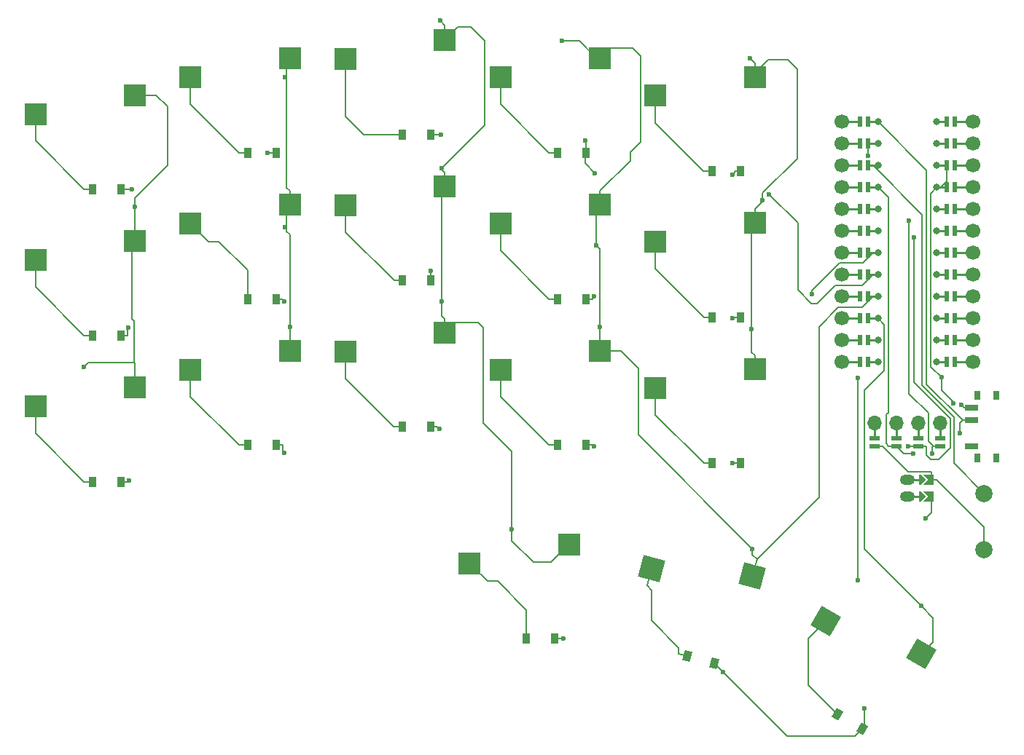
<source format=gbr>
%TF.GenerationSoftware,KiCad,Pcbnew,8.0.1*%
%TF.CreationDate,2024-12-01T01:33:27+09:00*%
%TF.ProjectId,corney_island_wireless_autorouted,636f726e-6579-45f6-9973-6c616e645f77,0.2*%
%TF.SameCoordinates,Original*%
%TF.FileFunction,Copper,L1,Top*%
%TF.FilePolarity,Positive*%
%FSLAX46Y46*%
G04 Gerber Fmt 4.6, Leading zero omitted, Abs format (unit mm)*
G04 Created by KiCad (PCBNEW 8.0.1) date 2024-12-01 01:33:27*
%MOMM*%
%LPD*%
G01*
G04 APERTURE LIST*
G04 Aperture macros list*
%AMRotRect*
0 Rectangle, with rotation*
0 The origin of the aperture is its center*
0 $1 length*
0 $2 width*
0 $3 Rotation angle, in degrees counterclockwise*
0 Add horizontal line*
21,1,$1,$2,0,0,$3*%
%AMFreePoly0*
4,1,6,0.600000,-1.000000,0.000000,-0.400000,-0.600000,-1.000000,-0.600000,0.250000,0.600000,0.250000,0.600000,-1.000000,0.600000,-1.000000,$1*%
%AMFreePoly1*
4,1,6,0.600000,-0.200000,0.600000,-0.400000,-0.600000,-0.400000,-0.600000,-0.200000,0.000000,0.400000,0.600000,-0.200000,0.600000,-0.200000,$1*%
G04 Aperture macros list end*
%TA.AperFunction,ComponentPad*%
%ADD10C,2.000000*%
%TD*%
%TA.AperFunction,SMDPad,CuDef*%
%ADD11R,0.900000X1.200000*%
%TD*%
%TA.AperFunction,SMDPad,CuDef*%
%ADD12R,2.600000X2.600000*%
%TD*%
%TA.AperFunction,ComponentPad*%
%ADD13C,1.700000*%
%TD*%
%TA.AperFunction,SMDPad,CuDef*%
%ADD14R,0.600000X1.200000*%
%TD*%
%TA.AperFunction,ComponentPad*%
%ADD15C,0.800000*%
%TD*%
%TA.AperFunction,SMDPad,CuDef*%
%ADD16RotRect,2.600000X2.600000X330.000000*%
%TD*%
%TA.AperFunction,SMDPad,CuDef*%
%ADD17R,0.800000X1.000000*%
%TD*%
%TA.AperFunction,SMDPad,CuDef*%
%ADD18R,1.500000X0.700000*%
%TD*%
%TA.AperFunction,SMDPad,CuDef*%
%ADD19RotRect,0.900000X1.200000X150.000000*%
%TD*%
%TA.AperFunction,SMDPad,CuDef*%
%ADD20RotRect,0.900000X1.200000X165.000000*%
%TD*%
%TA.AperFunction,SMDPad,CuDef*%
%ADD21RotRect,2.600000X2.600000X345.000000*%
%TD*%
%TA.AperFunction,SMDPad,CuDef*%
%ADD22FreePoly0,270.000000*%
%TD*%
%TA.AperFunction,ComponentPad*%
%ADD23O,1.750000X1.200000*%
%TD*%
%TA.AperFunction,SMDPad,CuDef*%
%ADD24FreePoly1,270.000000*%
%TD*%
%TA.AperFunction,ComponentPad*%
%ADD25O,1.700000X1.700000*%
%TD*%
%TA.AperFunction,SMDPad,CuDef*%
%ADD26R,1.200000X0.600000*%
%TD*%
%TA.AperFunction,ViaPad*%
%ADD27C,0.600000*%
%TD*%
%TA.AperFunction,Conductor*%
%ADD28C,0.200000*%
%TD*%
%TA.AperFunction,Conductor*%
%ADD29C,0.250000*%
%TD*%
G04 APERTURE END LIST*
D10*
%TO.P,B1,1*%
%TO.N,RST*%
X201900000Y-106375000D03*
%TO.P,B1,2*%
%TO.N,GND*%
X201900000Y-112875000D03*
%TD*%
D11*
%TO.P,D27,1*%
%TO.N,R0*%
X137650000Y-64625000D03*
%TO.P,D27,2*%
%TO.N,middle_top_F*%
X134350000Y-64625000D03*
%TD*%
D12*
%TO.P,S29,1*%
%TO.N,C4*%
X157275000Y-72800000D03*
%TO.P,S29,2*%
%TO.N,index_home_F*%
X145725000Y-75000000D03*
%TD*%
%TO.P,S25,1*%
%TO.N,C3*%
X139275000Y-87675000D03*
%TO.P,S25,2*%
%TO.N,middle_bottom_F*%
X127725000Y-89875000D03*
%TD*%
D13*
%TO.P,MCU1,1*%
%TO.N,MCU1_1*%
X200620000Y-63170000D03*
%TO.P,MCU1,2*%
%TO.N,MCU1_2*%
X200620000Y-65710000D03*
%TO.P,MCU1,3*%
%TO.N,MCU1_3*%
X200620000Y-68250000D03*
%TO.P,MCU1,4*%
%TO.N,MCU1_4*%
X200620000Y-70790000D03*
%TO.P,MCU1,5*%
%TO.N,MCU1_5*%
X200620000Y-73330000D03*
%TO.P,MCU1,6*%
%TO.N,MCU1_6*%
X200620000Y-75870000D03*
%TO.P,MCU1,7*%
%TO.N,MCU1_7*%
X200620000Y-78410000D03*
%TO.P,MCU1,8*%
%TO.N,MCU1_8*%
X200620000Y-80950000D03*
%TO.P,MCU1,9*%
%TO.N,MCU1_9*%
X200620000Y-83490000D03*
%TO.P,MCU1,10*%
%TO.N,MCU1_10*%
X200620000Y-86030000D03*
%TO.P,MCU1,11*%
%TO.N,MCU1_11*%
X200620000Y-88570000D03*
%TO.P,MCU1,12*%
%TO.N,MCU1_12*%
X200620000Y-91110000D03*
%TO.P,MCU1,13*%
%TO.N,MCU1_13*%
X185380000Y-91110000D03*
D14*
X187520000Y-91110000D03*
%TO.N,MCU1_12*%
X198480000Y-91110000D03*
D13*
%TO.P,MCU1,14*%
%TO.N,MCU1_14*%
X185380000Y-88570000D03*
D14*
X187520000Y-88570000D03*
%TO.N,MCU1_11*%
X198480000Y-88570000D03*
D13*
%TO.P,MCU1,15*%
%TO.N,MCU1_15*%
X185380000Y-86030000D03*
D14*
X187520000Y-86030000D03*
%TO.N,MCU1_10*%
X198480000Y-86030000D03*
D13*
%TO.P,MCU1,16*%
%TO.N,MCU1_16*%
X185380000Y-83490000D03*
D14*
X187520000Y-83490000D03*
%TO.N,MCU1_9*%
X198480000Y-83490000D03*
D13*
%TO.P,MCU1,17*%
%TO.N,MCU1_17*%
X185380000Y-80950000D03*
D14*
X187520000Y-80950000D03*
%TO.N,MCU1_8*%
X198480000Y-80950000D03*
D13*
%TO.P,MCU1,18*%
%TO.N,MCU1_18*%
X185380000Y-78410000D03*
D14*
X187520000Y-78410000D03*
%TO.N,MCU1_7*%
X198480000Y-78410000D03*
D13*
%TO.P,MCU1,19*%
%TO.N,MCU1_19*%
X185380000Y-75870000D03*
D14*
X187520000Y-75870000D03*
%TO.N,MCU1_6*%
X198480000Y-75870000D03*
D13*
%TO.P,MCU1,20*%
%TO.N,MCU1_20*%
X185380000Y-73330000D03*
D14*
X187520000Y-73330000D03*
%TO.N,MCU1_5*%
X198480000Y-73330000D03*
D13*
%TO.P,MCU1,21*%
%TO.N,MCU1_21*%
X185380000Y-70790000D03*
D14*
X187520000Y-70790000D03*
%TO.N,MCU1_4*%
X198480000Y-70790000D03*
D13*
%TO.P,MCU1,22*%
%TO.N,MCU1_22*%
X185380000Y-68250000D03*
D14*
X187520000Y-68250000D03*
%TO.N,MCU1_3*%
X198480000Y-68250000D03*
D13*
%TO.P,MCU1,23*%
%TO.N,MCU1_23*%
X185380000Y-65710000D03*
D14*
X187520000Y-65710000D03*
%TO.N,MCU1_2*%
X198480000Y-65710000D03*
D13*
%TO.P,MCU1,24*%
%TO.N,MCU1_24*%
X185380000Y-63170000D03*
D14*
X187520000Y-63170000D03*
%TO.N,MCU1_1*%
X198480000Y-63170000D03*
D15*
%TO.P,MCU1,101*%
%TO.N,LED*%
X196400000Y-63170000D03*
D14*
X197580000Y-63170000D03*
D15*
%TO.P,MCU1,102*%
%TO.N,DAT*%
X196400000Y-65710000D03*
D14*
X197580000Y-65710000D03*
D15*
%TO.P,MCU1,103*%
%TO.N,GND*%
X196400000Y-68250000D03*
D14*
X197580000Y-68250000D03*
D15*
%TO.P,MCU1,104*%
X196400000Y-70790000D03*
D14*
X197580000Y-70790000D03*
D15*
%TO.P,MCU1,105*%
%TO.N,SDA*%
X196400000Y-73330000D03*
D14*
X197580000Y-73330000D03*
D15*
%TO.P,MCU1,106*%
%TO.N,SCL*%
X196400000Y-75870000D03*
D14*
X197580000Y-75870000D03*
D15*
%TO.P,MCU1,107*%
%TO.N,CS*%
X196400000Y-78410000D03*
D14*
X197580000Y-78410000D03*
D15*
%TO.P,MCU1,108*%
%TO.N,R0*%
X196400000Y-80950000D03*
D14*
X197580000Y-80950000D03*
D15*
%TO.P,MCU1,109*%
%TO.N,R1*%
X196400000Y-83490000D03*
D14*
X197580000Y-83490000D03*
D15*
%TO.P,MCU1,110*%
%TO.N,R2*%
X196400000Y-86030000D03*
D14*
X197580000Y-86030000D03*
D15*
%TO.P,MCU1,111*%
%TO.N,R3*%
X196400000Y-88570000D03*
D14*
X197580000Y-88570000D03*
D15*
%TO.P,MCU1,112*%
%TO.N,P9*%
X196400000Y-91110000D03*
D14*
X197580000Y-91110000D03*
%TO.P,MCU1,113*%
%TO.N,P10*%
X188420000Y-91110000D03*
D15*
X189600000Y-91110000D03*
D14*
%TO.P,MCU1,114*%
%TO.N,P16*%
X188420000Y-88570000D03*
D15*
X189600000Y-88570000D03*
D14*
%TO.P,MCU1,115*%
%TO.N,C5*%
X188420000Y-86030000D03*
D15*
X189600000Y-86030000D03*
D14*
%TO.P,MCU1,116*%
%TO.N,C4*%
X188420000Y-83490000D03*
D15*
X189600000Y-83490000D03*
D14*
%TO.P,MCU1,117*%
%TO.N,C3*%
X188420000Y-80950000D03*
D15*
X189600000Y-80950000D03*
D14*
%TO.P,MCU1,118*%
%TO.N,C2*%
X188420000Y-78410000D03*
D15*
X189600000Y-78410000D03*
D14*
%TO.P,MCU1,119*%
%TO.N,C1*%
X188420000Y-75870000D03*
D15*
X189600000Y-75870000D03*
D14*
%TO.P,MCU1,120*%
%TO.N,C0*%
X188420000Y-73330000D03*
D15*
X189600000Y-73330000D03*
D14*
%TO.P,MCU1,121*%
%TO.N,VCC*%
X188420000Y-70790000D03*
D15*
X189600000Y-70790000D03*
D14*
%TO.P,MCU1,122*%
%TO.N,RST*%
X188420000Y-68250000D03*
D15*
X189600000Y-68250000D03*
D14*
%TO.P,MCU1,123*%
%TO.N,GND*%
X188420000Y-65710000D03*
D15*
X189600000Y-65710000D03*
D14*
%TO.P,MCU1,124*%
%TO.N,RAW*%
X188420000Y-63170000D03*
D15*
X189600000Y-63170000D03*
%TD*%
D11*
%TO.P,D32,1*%
%TO.N,R1*%
X173650000Y-85875000D03*
%TO.P,D32,2*%
%TO.N,inner_home_F*%
X170350000Y-85875000D03*
%TD*%
%TO.P,D30,1*%
%TO.N,R0*%
X155650000Y-66750000D03*
%TO.P,D30,2*%
%TO.N,index_top_F*%
X152350000Y-66750000D03*
%TD*%
D12*
%TO.P,S21,1*%
%TO.N,C1*%
X103275000Y-60050000D03*
%TO.P,S21,2*%
%TO.N,pinky_top_F*%
X91725000Y-62250000D03*
%TD*%
D11*
%TO.P,D19,1*%
%TO.N,R2*%
X101650000Y-105000000D03*
%TO.P,D19,2*%
%TO.N,pinky_bottom_F*%
X98350000Y-105000000D03*
%TD*%
%TO.P,D26,1*%
%TO.N,R1*%
X137650000Y-81625000D03*
%TO.P,D26,2*%
%TO.N,middle_home_F*%
X134350000Y-81625000D03*
%TD*%
D16*
%TO.P,S36,1*%
%TO.N,C5*%
X194642133Y-125057149D03*
%TO.P,S36,2*%
%TO.N,far_home_F*%
X183539540Y-121187405D03*
%TD*%
D12*
%TO.P,S22,1*%
%TO.N,C2*%
X121275000Y-89800000D03*
%TO.P,S22,2*%
%TO.N,ring_bottom_F*%
X109725000Y-92000000D03*
%TD*%
%TO.P,S31,1*%
%TO.N,C5*%
X175275000Y-91925000D03*
%TO.P,S31,2*%
%TO.N,inner_bottom_F*%
X163725000Y-94125000D03*
%TD*%
D11*
%TO.P,D33,1*%
%TO.N,R0*%
X173650000Y-68875000D03*
%TO.P,D33,2*%
%TO.N,inner_top_F*%
X170350000Y-68875000D03*
%TD*%
D17*
%TO.P,PWR1,*%
%TO.N,*%
X201115000Y-94975000D03*
X201115000Y-102275000D03*
X203325000Y-94975000D03*
X203325000Y-102275000D03*
D18*
%TO.P,PWR1,1*%
%TO.N,N/C*%
X200465000Y-100875000D03*
%TO.P,PWR1,2*%
%TO.N,RAW*%
X200465000Y-97875000D03*
%TO.P,PWR1,3*%
%TO.N,BAT_P*%
X200465000Y-96375000D03*
%TD*%
D12*
%TO.P,S26,1*%
%TO.N,C3*%
X139275000Y-70675000D03*
%TO.P,S26,2*%
%TO.N,middle_home_F*%
X127725000Y-72875000D03*
%TD*%
D11*
%TO.P,D20,1*%
%TO.N,R1*%
X101650000Y-88000000D03*
%TO.P,D20,2*%
%TO.N,pinky_home_F*%
X98350000Y-88000000D03*
%TD*%
D12*
%TO.P,S32,1*%
%TO.N,C5*%
X175275000Y-74925000D03*
%TO.P,S32,2*%
%TO.N,inner_home_F*%
X163725000Y-77125000D03*
%TD*%
D11*
%TO.P,D21,1*%
%TO.N,R0*%
X101650000Y-71000000D03*
%TO.P,D21,2*%
%TO.N,pinky_top_F*%
X98350000Y-71000000D03*
%TD*%
%TO.P,D31,1*%
%TO.N,R2*%
X173650000Y-102875000D03*
%TO.P,D31,2*%
%TO.N,inner_bottom_F*%
X170350000Y-102875000D03*
%TD*%
D19*
%TO.P,D36,1*%
%TO.N,R3*%
X187759842Y-133727700D03*
%TO.P,D36,2*%
%TO.N,far_home_F*%
X184901958Y-132077700D03*
%TD*%
D11*
%TO.P,D28,1*%
%TO.N,R2*%
X155650000Y-100750000D03*
%TO.P,D28,2*%
%TO.N,index_bottom_F*%
X152350000Y-100750000D03*
%TD*%
%TO.P,D29,1*%
%TO.N,R1*%
X155650000Y-83750000D03*
%TO.P,D29,2*%
%TO.N,index_home_F*%
X152350000Y-83750000D03*
%TD*%
D20*
%TO.P,D35,1*%
%TO.N,R3*%
X170592978Y-126150650D03*
%TO.P,D35,2*%
%TO.N,mid_home_F*%
X167405422Y-125296550D03*
%TD*%
D11*
%TO.P,D23,1*%
%TO.N,R1*%
X119650000Y-83750000D03*
%TO.P,D23,2*%
%TO.N,ring_home_F*%
X116350000Y-83750000D03*
%TD*%
D12*
%TO.P,S27,1*%
%TO.N,C3*%
X139275000Y-53675000D03*
%TO.P,S27,2*%
%TO.N,middle_top_F*%
X127725000Y-55875000D03*
%TD*%
D11*
%TO.P,D22,1*%
%TO.N,R2*%
X119650000Y-100750000D03*
%TO.P,D22,2*%
%TO.N,ring_bottom_F*%
X116350000Y-100750000D03*
%TD*%
D12*
%TO.P,S33,1*%
%TO.N,C5*%
X175275000Y-57925000D03*
%TO.P,S33,2*%
%TO.N,inner_top_F*%
X163725000Y-60125000D03*
%TD*%
D21*
%TO.P,S35,1*%
%TO.N,C4*%
X174996680Y-115994374D03*
%TO.P,S35,2*%
%TO.N,mid_home_F*%
X163270835Y-115130051D03*
%TD*%
D12*
%TO.P,S23,1*%
%TO.N,C2*%
X121275000Y-72800000D03*
%TO.P,S23,2*%
%TO.N,ring_home_F*%
X109725000Y-75000000D03*
%TD*%
%TO.P,S24,1*%
%TO.N,C2*%
X121275000Y-55800000D03*
%TO.P,S24,2*%
%TO.N,ring_top_F*%
X109725000Y-58000000D03*
%TD*%
%TO.P,S34,1*%
%TO.N,C3*%
X153675000Y-112325000D03*
%TO.P,S34,2*%
%TO.N,near_home_F*%
X142125000Y-114525000D03*
%TD*%
%TO.P,S30,1*%
%TO.N,C4*%
X157275000Y-55800000D03*
%TO.P,S30,2*%
%TO.N,index_top_F*%
X145725000Y-58000000D03*
%TD*%
%TO.P,S28,1*%
%TO.N,C4*%
X157275000Y-89800000D03*
%TO.P,S28,2*%
%TO.N,index_bottom_F*%
X145725000Y-92000000D03*
%TD*%
D11*
%TO.P,D24,1*%
%TO.N,R0*%
X119650000Y-66750000D03*
%TO.P,D24,2*%
%TO.N,ring_top_F*%
X116350000Y-66750000D03*
%TD*%
D22*
%TO.P,JST1,1*%
%TO.N,BAT_P*%
X195816000Y-106750000D03*
%TO.P,JST1,2*%
%TO.N,GND*%
X195816000Y-104750000D03*
D23*
%TO.P,JST1,11*%
%TO.N,JST1_1*%
X193000000Y-106750000D03*
%TO.P,JST1,12*%
%TO.N,JST1_2*%
X193000000Y-104750000D03*
D24*
%TO.P,JST1,21*%
%TO.N,JST1_1*%
X194800000Y-106750000D03*
%TO.P,JST1,22*%
%TO.N,JST1_2*%
X194800000Y-104750000D03*
%TD*%
D12*
%TO.P,S20,1*%
%TO.N,C1*%
X103275000Y-77050000D03*
%TO.P,S20,2*%
%TO.N,pinky_home_F*%
X91725000Y-79250000D03*
%TD*%
%TO.P,S19,1*%
%TO.N,C1*%
X103275000Y-94050000D03*
%TO.P,S19,2*%
%TO.N,pinky_bottom_F*%
X91725000Y-96250000D03*
%TD*%
D11*
%TO.P,D34,1*%
%TO.N,R3*%
X152050000Y-123275000D03*
%TO.P,D34,2*%
%TO.N,near_home_F*%
X148750000Y-123275000D03*
%TD*%
D25*
%TO.P,DISP1,1*%
%TO.N,DISP1_1*%
X189190000Y-98200000D03*
%TO.P,DISP1,2*%
%TO.N,DISP1_2*%
X191730000Y-98200000D03*
%TO.P,DISP1,3*%
%TO.N,DISP1_3*%
X194270000Y-98200000D03*
%TO.P,DISP1,4*%
%TO.N,DISP1_4*%
X196810000Y-98200000D03*
D26*
%TO.P,DISP1,10*%
%TO.N,GND*%
X189190000Y-100850000D03*
%TO.P,DISP1,11*%
%TO.N,VCC*%
X191730000Y-100850000D03*
%TO.P,DISP1,12*%
%TO.N,SCL*%
X194270000Y-100850000D03*
%TO.P,DISP1,13*%
%TO.N,SDA*%
X196810000Y-100850000D03*
%TO.P,DISP1,14*%
%TO.N,DISP1_1*%
X189190000Y-99950000D03*
%TO.P,DISP1,15*%
%TO.N,DISP1_2*%
X191730000Y-99950000D03*
%TO.P,DISP1,16*%
%TO.N,DISP1_3*%
X194270000Y-99950000D03*
%TO.P,DISP1,17*%
%TO.N,DISP1_4*%
X196810000Y-99950000D03*
%TD*%
D11*
%TO.P,D25,1*%
%TO.N,R2*%
X137650000Y-98625000D03*
%TO.P,D25,2*%
%TO.N,middle_bottom_F*%
X134350000Y-98625000D03*
%TD*%
D27*
%TO.N,R3*%
X187227000Y-116500000D03*
%TO.N,R0*%
X155550000Y-65350000D03*
X138800000Y-64625000D03*
X102900000Y-71000000D03*
%TO.N,C1*%
X103275000Y-73000000D03*
%TO.N,VCC*%
X193639167Y-101700910D03*
%TO.N,GND*%
X198342914Y-95922835D03*
%TO.N,R3*%
X188000000Y-131400000D03*
X171571164Y-127128836D03*
%TO.N,C1*%
X97300000Y-91700000D03*
%TO.N,GND*%
X196963200Y-92888300D03*
X188420000Y-67135000D03*
%TO.N,C2*%
X120723300Y-58003500D03*
X181900000Y-83200000D03*
X120723300Y-75386500D03*
X121275000Y-87028000D03*
%TO.N,C3*%
X147032700Y-110513500D03*
X138923800Y-84075500D03*
X138931600Y-68529700D03*
X138700000Y-51394700D03*
X176929500Y-71556900D03*
%TO.N,C4*%
X174996700Y-112800800D03*
X156883900Y-77533800D03*
X152860800Y-53742500D03*
X157275000Y-87028000D03*
%TO.N,C5*%
X194642100Y-119474400D03*
X176169100Y-72303700D03*
X174893400Y-87247200D03*
X174700000Y-55800000D03*
%TO.N,R2*%
X172692700Y-102836700D03*
X102611200Y-104831300D03*
X120571600Y-101671600D03*
X138619600Y-98880500D03*
X156605500Y-100855500D03*
%TO.N,R1*%
X172695200Y-86015500D03*
X137650000Y-80513600D03*
X156626500Y-83472500D03*
X120614900Y-84045000D03*
X102534100Y-87115900D03*
%TO.N,R0*%
X156700000Y-69100000D03*
X172686000Y-69270500D03*
X118693400Y-66750000D03*
%TO.N,R3*%
X187227000Y-92903100D03*
X153002100Y-123258900D03*
%TO.N,RAW*%
X199075800Y-99375000D03*
%TO.N,SDA*%
X195905900Y-101739200D03*
X193194500Y-74618500D03*
%TO.N,SCL*%
X193796200Y-76613700D03*
X193100000Y-100900000D03*
%TO.N,BAT_P*%
X199300000Y-96100000D03*
X195100000Y-109300000D03*
%TD*%
D28*
%TO.N,R3*%
X187227000Y-116500000D02*
X187227000Y-92903100D01*
%TO.N,far_home_F*%
X181500000Y-123226945D02*
X181500000Y-128675742D01*
X183539540Y-121187405D02*
X181500000Y-123226945D01*
X181500000Y-128675742D02*
X184901958Y-132077700D01*
%TO.N,C5*%
X196000000Y-120832300D02*
X194642100Y-119474400D01*
X196000000Y-123699200D02*
X196000000Y-120832300D01*
X194642100Y-125057100D02*
X196000000Y-123699200D01*
%TO.N,C3*%
X147032700Y-101475400D02*
X147032700Y-110513500D01*
X143700000Y-98142700D02*
X147032700Y-101475400D01*
X143700000Y-87100000D02*
X143700000Y-98142700D01*
X143100000Y-86500000D02*
X143700000Y-87100000D01*
X139275000Y-87675000D02*
X140450000Y-86500000D01*
X140450000Y-86500000D02*
X143100000Y-86500000D01*
%TO.N,C1*%
X97875000Y-91125000D02*
X103184600Y-91125000D01*
X97300000Y-91700000D02*
X97875000Y-91125000D01*
%TO.N,C2*%
X181900000Y-82761600D02*
X185099900Y-79561700D01*
X181900000Y-83200000D02*
X181900000Y-82761600D01*
X187858300Y-79561700D02*
X189010000Y-78410000D01*
X185099900Y-79561700D02*
X187858300Y-79561700D01*
%TO.N,C5*%
X176169100Y-71468771D02*
X176169100Y-72303700D01*
X180200000Y-67437871D02*
X176169100Y-71468771D01*
X179100000Y-55900000D02*
X180200000Y-57000000D01*
X180200000Y-57000000D02*
X180200000Y-67437871D01*
X176800000Y-55900000D02*
X179100000Y-55900000D01*
X175275000Y-57425000D02*
X176800000Y-55900000D01*
X175275000Y-57925000D02*
X175275000Y-57425000D01*
X175275000Y-56375000D02*
X175275000Y-57925000D01*
X174700000Y-55800000D02*
X175275000Y-56375000D01*
%TO.N,R0*%
X155650000Y-65450000D02*
X155550000Y-65350000D01*
X155650000Y-66750000D02*
X155650000Y-65450000D01*
X155650000Y-66299100D02*
X155650000Y-66750000D01*
X155583900Y-66365200D02*
X155650000Y-66299100D01*
X156700000Y-69100000D02*
X155583900Y-67983900D01*
X155583900Y-67983900D02*
X155583900Y-66365200D01*
%TO.N,C4*%
X157275000Y-71198300D02*
X157275000Y-72800000D01*
X162000000Y-65500000D02*
X160800000Y-66700000D01*
X160800000Y-66700000D02*
X160800000Y-67673300D01*
X162000000Y-55500000D02*
X162000000Y-65500000D01*
X161100000Y-54600000D02*
X162000000Y-55500000D01*
X158475000Y-54600000D02*
X161100000Y-54600000D01*
X160800000Y-67673300D02*
X157275000Y-71198300D01*
X157275000Y-55800000D02*
X158475000Y-54600000D01*
%TO.N,middle_top_F*%
X127725000Y-62525000D02*
X127725000Y-55875000D01*
X134350000Y-64625000D02*
X129825000Y-64625000D01*
X129825000Y-64625000D02*
X127725000Y-62525000D01*
%TO.N,C3*%
X142300000Y-52100000D02*
X143900000Y-53700000D01*
X143900000Y-53700000D02*
X143900000Y-63561300D01*
X143900000Y-63561300D02*
X138931600Y-68529700D01*
X140800000Y-52100000D02*
X142300000Y-52100000D01*
X139275000Y-53625000D02*
X140800000Y-52100000D01*
X139275000Y-53675000D02*
X139275000Y-53625000D01*
X139275000Y-51969700D02*
X139275000Y-53675000D01*
X138700000Y-51394700D02*
X139275000Y-51969700D01*
%TO.N,R0*%
X137650000Y-64625000D02*
X138800000Y-64625000D01*
%TO.N,C3*%
X139275000Y-53675000D02*
X139150000Y-53800000D01*
%TO.N,R0*%
X101650000Y-71000000D02*
X102900000Y-71000000D01*
%TO.N,C1*%
X103275000Y-73000000D02*
X103275000Y-77050000D01*
X105739600Y-60050000D02*
X103275000Y-60050000D01*
X107080300Y-68221700D02*
X107080300Y-61390700D01*
X107080300Y-61390700D02*
X105739600Y-60050000D01*
X103275000Y-72027000D02*
X107080300Y-68221700D01*
X103275000Y-73000000D02*
X103275000Y-72027000D01*
%TO.N,SCL*%
X193150000Y-100850000D02*
X194270000Y-100850000D01*
X193100000Y-100900000D02*
X193150000Y-100850000D01*
%TO.N,VCC*%
X192580910Y-101700910D02*
X191730000Y-100850000D01*
X193639167Y-101700910D02*
X192580910Y-101700910D01*
%TO.N,GND*%
X198342914Y-95742914D02*
X198342914Y-95922835D01*
X198100000Y-95500000D02*
X198342914Y-95742914D01*
X196963200Y-94363200D02*
X198100000Y-95500000D01*
X196963200Y-92888300D02*
X196963200Y-94363200D01*
%TO.N,BAT_P*%
X199575000Y-96375000D02*
X200465000Y-96375000D01*
X199300000Y-96100000D02*
X199575000Y-96375000D01*
X195816000Y-108584000D02*
X195100000Y-109300000D01*
X195816000Y-106750000D02*
X195816000Y-108584000D01*
%TO.N,R3*%
X186887542Y-134600000D02*
X187759842Y-133727700D01*
X179042328Y-134600000D02*
X186887542Y-134600000D01*
X171571164Y-127128836D02*
X179042328Y-134600000D01*
X188000000Y-133487542D02*
X188000000Y-131400000D01*
X170592978Y-126150650D02*
X171571164Y-127128836D01*
X187759842Y-133727700D02*
X188000000Y-133487542D01*
D29*
%TO.N,C1*%
X188420000Y-75870000D02*
X189600000Y-75870000D01*
D28*
X102913600Y-77411400D02*
X102913600Y-86078400D01*
X103184600Y-86349400D02*
X103184600Y-91125000D01*
X102913600Y-86078400D02*
X103184600Y-86349400D01*
X103275000Y-94050000D02*
X103275000Y-91215400D01*
X103275000Y-77050000D02*
X102913600Y-77411400D01*
X103275000Y-91215400D02*
X103184600Y-91125000D01*
%TO.N,GND*%
X196890000Y-70790000D02*
X197580000Y-70100000D01*
X195816000Y-104750000D02*
X196367700Y-104750000D01*
D29*
X188420000Y-65710000D02*
X189600000Y-65710000D01*
D28*
X188420000Y-65710000D02*
X188420000Y-67135000D01*
X195816000Y-103848300D02*
X193090000Y-103848300D01*
X195696400Y-71493600D02*
X196400000Y-70790000D01*
D29*
X196890000Y-70790000D02*
X196400000Y-70790000D01*
D28*
X201900000Y-112875000D02*
X201900000Y-110282300D01*
X196963200Y-92888300D02*
X195696400Y-91621500D01*
X195816000Y-104750000D02*
X195816000Y-103848300D01*
X189190000Y-100850000D02*
X190091700Y-100850000D01*
X201900000Y-110282300D02*
X196367700Y-104750000D01*
X195696400Y-91621500D02*
X195696400Y-71493600D01*
D29*
X197580000Y-68250000D02*
X196400000Y-68250000D01*
X197580000Y-70790000D02*
X196890000Y-70790000D01*
D28*
X193090000Y-103848300D02*
X190091700Y-100850000D01*
X197580000Y-70100000D02*
X197580000Y-68250000D01*
%TO.N,C2*%
X120892200Y-75892500D02*
X120892200Y-75386500D01*
X121275000Y-76275300D02*
X120892200Y-75892500D01*
X120892200Y-73182800D02*
X121275000Y-72800000D01*
X121275000Y-72800000D02*
X121275000Y-71198300D01*
X120892200Y-70815500D02*
X120892200Y-58003500D01*
X120723300Y-58003500D02*
X120892200Y-58003500D01*
D29*
X189010000Y-78410000D02*
X189600000Y-78410000D01*
X188420000Y-78410000D02*
X189010000Y-78410000D01*
D28*
X120892200Y-58003500D02*
X120892200Y-56182800D01*
X120892200Y-75386500D02*
X120892200Y-73182800D01*
X121275000Y-89800000D02*
X121275000Y-87028000D01*
X120892200Y-56182800D02*
X121275000Y-55800000D01*
X120723300Y-75386500D02*
X120892200Y-75386500D01*
X121275000Y-71198300D02*
X120892200Y-70815500D01*
X121275000Y-87028000D02*
X121275000Y-76275300D01*
%TO.N,C3*%
X153675000Y-112325000D02*
X151623300Y-114376700D01*
X138923800Y-85722100D02*
X138923800Y-84075500D01*
X138931600Y-68729900D02*
X139275000Y-69073300D01*
X138893600Y-88056400D02*
X139275000Y-87675000D01*
X139275000Y-86073300D02*
X138923800Y-85722100D01*
D29*
X189010000Y-80950000D02*
X189600000Y-80950000D01*
D28*
X151623300Y-114376700D02*
X149548600Y-114376700D01*
X187740000Y-82220000D02*
X184583000Y-82220000D01*
X184583000Y-82220000D02*
X182514900Y-84288100D01*
D29*
X188420000Y-80950000D02*
X189010000Y-80950000D01*
D28*
X138923800Y-71026200D02*
X139275000Y-70675000D01*
X180287800Y-82716100D02*
X180287800Y-74915200D01*
X149548600Y-114376700D02*
X147032700Y-111860800D01*
X181859800Y-84288100D02*
X180287800Y-82716100D01*
X189010000Y-80950000D02*
X187740000Y-82220000D01*
X138931600Y-68529700D02*
X138931600Y-68729900D01*
X139275000Y-70675000D02*
X139275000Y-70299400D01*
X139275000Y-69874100D02*
X139275000Y-70299400D01*
X180287800Y-74915200D02*
X176929500Y-71556900D01*
X139275000Y-87675000D02*
X139275000Y-86073300D01*
X182514900Y-84288100D02*
X181859800Y-84288100D01*
X147032700Y-111860800D02*
X147032700Y-110513500D01*
X139275000Y-69874100D02*
X139275000Y-69073300D01*
X138923800Y-84075500D02*
X138923800Y-71026200D01*
%TO.N,C4*%
X156883900Y-77533800D02*
X157275000Y-77924900D01*
D29*
X188420000Y-83490000D02*
X189010000Y-83490000D01*
X189010000Y-83490000D02*
X189600000Y-83490000D01*
D28*
X161737200Y-99541300D02*
X161737200Y-91835200D01*
X174996700Y-115994400D02*
X175522300Y-114032700D01*
X157275000Y-87028000D02*
X157275000Y-89800000D01*
X184997700Y-84760000D02*
X182725400Y-87032300D01*
X161737200Y-91835200D02*
X159702000Y-89800000D01*
X156945100Y-55821600D02*
X154866000Y-53742500D01*
X175522400Y-114032700D02*
X175522300Y-114032700D01*
X187740000Y-84760000D02*
X184997700Y-84760000D01*
X157275000Y-55800000D02*
X156945100Y-56129900D01*
X157275000Y-77924900D02*
X157275000Y-87028000D01*
X154866000Y-53742500D02*
X152860800Y-53742500D01*
X157275000Y-72800000D02*
X156883900Y-73191100D01*
X174996700Y-112800800D02*
X161737200Y-99541300D01*
X156945100Y-56784300D02*
X156945100Y-55821600D01*
X159702000Y-89800000D02*
X157275000Y-89800000D01*
X156883900Y-73191100D02*
X156883900Y-77533800D01*
X182725400Y-87032300D02*
X182725400Y-106829700D01*
X156945100Y-56129900D02*
X156945100Y-56784300D01*
X174996700Y-113507100D02*
X174996700Y-112800800D01*
X182725400Y-106829700D02*
X175522400Y-114032700D01*
X189010000Y-83490000D02*
X187740000Y-84760000D01*
X175522300Y-114032700D02*
X174996700Y-113507100D01*
%TO.N,C5*%
X190317500Y-92100900D02*
X190317500Y-86747500D01*
X188020000Y-94398400D02*
X190317500Y-92100900D01*
X175275000Y-90323300D02*
X174893400Y-89941700D01*
X188020000Y-112852300D02*
X188020000Y-94398400D01*
X190317500Y-86747500D02*
X189600000Y-86030000D01*
X174893700Y-58306300D02*
X175275000Y-57925000D01*
D29*
X188420000Y-86030000D02*
X189600000Y-86030000D01*
D28*
X175275000Y-73323300D02*
X176169100Y-72429200D01*
X174893400Y-75306600D02*
X175275000Y-74925000D01*
X175275000Y-74925000D02*
X175275000Y-73323300D01*
X174893400Y-89941700D02*
X174893400Y-87247200D01*
X175275000Y-91925000D02*
X175275000Y-90323300D01*
X176169100Y-72429200D02*
X176169100Y-72303700D01*
X174893400Y-87247200D02*
X174893400Y-75306600D01*
X194642100Y-119474400D02*
X188020000Y-112852300D01*
D29*
%TO.N,R2*%
X197580000Y-86030000D02*
X196400000Y-86030000D01*
D28*
X138401700Y-98625000D02*
X138401700Y-98662600D01*
X173650000Y-102875000D02*
X172731000Y-102875000D01*
X138401700Y-98662600D02*
X138619600Y-98880500D01*
X156500000Y-100750000D02*
X156605500Y-100855500D01*
X120401700Y-100750000D02*
X120401700Y-101501700D01*
X102442500Y-105000000D02*
X102611200Y-104831300D01*
X120401700Y-101501700D02*
X120571600Y-101671600D01*
X119650000Y-100750000D02*
X120401700Y-100750000D01*
X137650000Y-98625000D02*
X138401700Y-98625000D01*
X155650000Y-100750000D02*
X156500000Y-100750000D01*
X172731000Y-102875000D02*
X172692700Y-102836700D01*
X101650000Y-105000000D02*
X102442500Y-105000000D01*
%TO.N,R1*%
X137650000Y-81625000D02*
X137650000Y-80513600D01*
X156401700Y-83697300D02*
X156626500Y-83472500D01*
X119650000Y-83750000D02*
X120401700Y-83750000D01*
D29*
X197580000Y-83490000D02*
X196400000Y-83490000D01*
D28*
X101650000Y-88000000D02*
X102401700Y-88000000D01*
X102401700Y-88000000D02*
X102401700Y-87248300D01*
X173650000Y-85875000D02*
X172835700Y-85875000D01*
X156401700Y-83750000D02*
X156401700Y-83697300D01*
X120401700Y-83831800D02*
X120614900Y-84045000D01*
X155650000Y-83750000D02*
X156401700Y-83750000D01*
X120401700Y-83750000D02*
X120401700Y-83831800D01*
X102401700Y-87248300D02*
X102534100Y-87115900D01*
X172835700Y-85875000D02*
X172695200Y-86015500D01*
%TO.N,R0*%
X119650000Y-66750000D02*
X118898300Y-66750000D01*
X172898300Y-69058200D02*
X172686000Y-69270500D01*
X118898300Y-66750000D02*
X118693400Y-66750000D01*
X173650000Y-68875000D02*
X172898300Y-68875000D01*
D29*
X197580000Y-80950000D02*
X196400000Y-80950000D01*
D28*
X172898300Y-68875000D02*
X172898300Y-69058200D01*
%TO.N,R3*%
X152986000Y-123275000D02*
X153002100Y-123258900D01*
D29*
X197580000Y-88570000D02*
X196400000Y-88570000D01*
D28*
X152050000Y-123275000D02*
X152801700Y-123275000D01*
X152801700Y-123275000D02*
X152986000Y-123275000D01*
%TO.N,pinky_bottom_F*%
X98350000Y-105000000D02*
X97358100Y-105000000D01*
X97358100Y-105000000D02*
X91725000Y-99366900D01*
X91725000Y-99366900D02*
X91725000Y-96250000D01*
%TO.N,pinky_home_F*%
X97367600Y-88000000D02*
X91725000Y-82357400D01*
X98350000Y-88000000D02*
X97367600Y-88000000D01*
X91725000Y-82357400D02*
X91725000Y-79250000D01*
%TO.N,pinky_top_F*%
X91725000Y-65357400D02*
X91725000Y-62250000D01*
X97367600Y-71000000D02*
X91725000Y-65357400D01*
X98350000Y-71000000D02*
X97367600Y-71000000D01*
%TO.N,ring_bottom_F*%
X109725000Y-95140200D02*
X109725000Y-92000000D01*
X116350000Y-100750000D02*
X115334800Y-100750000D01*
X115334800Y-100750000D02*
X109725000Y-95140200D01*
%TO.N,ring_home_F*%
X111794900Y-77069900D02*
X109725000Y-75000000D01*
X112989100Y-77069900D02*
X111794900Y-77069900D01*
X116350000Y-80430800D02*
X112989100Y-77069900D01*
X116350000Y-83750000D02*
X116350000Y-80430800D01*
%TO.N,ring_top_F*%
X115339300Y-66750000D02*
X109725000Y-61135700D01*
X116350000Y-66750000D02*
X115339300Y-66750000D01*
X109725000Y-61135700D02*
X109725000Y-58000000D01*
%TO.N,middle_bottom_F*%
X134350000Y-98625000D02*
X133309800Y-98625000D01*
X127725000Y-93040200D02*
X127725000Y-89875000D01*
X133309800Y-98625000D02*
X127725000Y-93040200D01*
%TO.N,middle_home_F*%
X133367600Y-81625000D02*
X127725000Y-75982400D01*
X134350000Y-81625000D02*
X133367600Y-81625000D01*
X127725000Y-75982400D02*
X127725000Y-72875000D01*
%TO.N,index_bottom_F*%
X152350000Y-100750000D02*
X151308500Y-100750000D01*
X145725000Y-95166500D02*
X145725000Y-92000000D01*
X151308500Y-100750000D02*
X145725000Y-95166500D01*
%TO.N,index_home_F*%
X151367600Y-83750000D02*
X145725000Y-78107400D01*
X152350000Y-83750000D02*
X151367600Y-83750000D01*
X145725000Y-78107400D02*
X145725000Y-75000000D01*
%TO.N,index_top_F*%
X145725000Y-61107400D02*
X145725000Y-58000000D01*
X151367600Y-66750000D02*
X145725000Y-61107400D01*
X152350000Y-66750000D02*
X151367600Y-66750000D01*
%TO.N,inner_bottom_F*%
X170350000Y-102875000D02*
X169339300Y-102875000D01*
X163725000Y-97260700D02*
X163725000Y-94125000D01*
X169339300Y-102875000D02*
X163725000Y-97260700D01*
%TO.N,inner_home_F*%
X170350000Y-85875000D02*
X169367600Y-85875000D01*
X169367600Y-85875000D02*
X163725000Y-80232400D01*
X163725000Y-80232400D02*
X163725000Y-77125000D01*
%TO.N,inner_top_F*%
X163725000Y-63267900D02*
X163725000Y-60125000D01*
X170350000Y-68875000D02*
X169332100Y-68875000D01*
X169332100Y-68875000D02*
X163725000Y-63267900D01*
%TO.N,near_home_F*%
X148750000Y-123275000D02*
X148750000Y-119955800D01*
X148750000Y-119955800D02*
X145389100Y-116594900D01*
X145389100Y-116594900D02*
X144194900Y-116594900D01*
X144194900Y-116594900D02*
X142125000Y-114525000D01*
%TO.N,mid_home_F*%
X163270800Y-121161900D02*
X163270800Y-117617200D01*
X163270800Y-117617200D02*
X162745300Y-117091700D01*
X163270800Y-115130100D02*
X162745200Y-117091700D01*
X166446000Y-125039400D02*
X166446000Y-124337100D01*
X167405400Y-125296500D02*
X166446000Y-125039400D01*
X162745300Y-117091700D02*
X162745200Y-117091700D01*
X166446000Y-124337100D02*
X163270800Y-121161900D01*
%TO.N,far_home_F*%
X183539500Y-121187400D02*
X183967200Y-120759700D01*
D29*
%TO.N,RAW*%
X188420000Y-63170000D02*
X189600000Y-63170000D01*
D28*
X199075800Y-98212500D02*
X199075800Y-99375000D01*
X189600000Y-63170000D02*
X195244700Y-68814700D01*
X199413300Y-97875000D02*
X199075800Y-98212500D01*
X195244700Y-68814700D02*
X195244700Y-93706400D01*
X195244700Y-93706400D02*
X199413300Y-97875000D01*
X200465000Y-97875000D02*
X199413300Y-97875000D01*
%TO.N,RST*%
X194699700Y-73939700D02*
X189010000Y-68250000D01*
X198385700Y-97501100D02*
X194699700Y-93815100D01*
D29*
X188420000Y-68250000D02*
X189010000Y-68250000D01*
D28*
X198385700Y-102860700D02*
X198385700Y-97501100D01*
X194699700Y-93815100D02*
X194699700Y-73939700D01*
D29*
X189010000Y-68250000D02*
X189600000Y-68250000D01*
D28*
X201900000Y-106375000D02*
X198385700Y-102860700D01*
%TO.N,VCC*%
X190768500Y-71958500D02*
X190768500Y-96998100D01*
X189600000Y-70790000D02*
X190768500Y-71958500D01*
X191730000Y-100850000D02*
X190828300Y-100850000D01*
D29*
X188420000Y-70790000D02*
X189600000Y-70790000D01*
D28*
X190828300Y-100850000D02*
X190567600Y-100589300D01*
X190567600Y-97199000D02*
X190768500Y-96998100D01*
X190567600Y-100589300D02*
X190567600Y-97199000D01*
D29*
%TO.N,C0*%
X188420000Y-73330000D02*
X189600000Y-73330000D01*
%TO.N,P16*%
X188420000Y-88570000D02*
X189600000Y-88570000D01*
%TO.N,P10*%
X188420000Y-91110000D02*
X189600000Y-91110000D01*
%TO.N,LED*%
X197580000Y-63170000D02*
X196400000Y-63170000D01*
%TO.N,DAT*%
X197580000Y-65710000D02*
X196400000Y-65710000D01*
D28*
%TO.N,SDA*%
X195908300Y-101736800D02*
X195908300Y-100850000D01*
X196009200Y-100850000D02*
X195440000Y-100280800D01*
X196810000Y-100850000D02*
X196009200Y-100850000D01*
X196009200Y-100850000D02*
X195908300Y-100850000D01*
X195905900Y-101739200D02*
X195908300Y-101736800D01*
X195440000Y-97039100D02*
X193194500Y-94793600D01*
D29*
X197580000Y-73330000D02*
X196400000Y-73330000D01*
D28*
X195440000Y-100280800D02*
X195440000Y-97039100D01*
X193194500Y-94793600D02*
X193194500Y-74618500D01*
%TO.N,SCL*%
X194270000Y-100850000D02*
X195171700Y-100850000D01*
D29*
X197580000Y-75870000D02*
X196400000Y-75870000D01*
D28*
X196606700Y-102394800D02*
X197972100Y-101029400D01*
X197972100Y-101029400D02*
X197972100Y-97655500D01*
X195171700Y-101888200D02*
X195678300Y-102394800D01*
X193796200Y-93479600D02*
X193796200Y-76613700D01*
X195171700Y-100850000D02*
X195171700Y-101888200D01*
X197972100Y-97655500D02*
X193796200Y-93479600D01*
X195678300Y-102394800D02*
X196606700Y-102394800D01*
D29*
%TO.N,CS*%
X197580000Y-78410000D02*
X196400000Y-78410000D01*
%TO.N,P9*%
X197580000Y-91110000D02*
X196400000Y-91110000D01*
D28*
%TO.N,MCU1_24*%
X187500000Y-63170000D02*
X187520000Y-63170000D01*
D29*
X185380000Y-63170000D02*
X187500000Y-63170000D01*
D28*
%TO.N,MCU1_1*%
X198500000Y-63170000D02*
X198480000Y-63170000D01*
D29*
X198500000Y-63170000D02*
X200620000Y-63170000D01*
%TO.N,MCU1_23*%
X185380000Y-65710000D02*
X187500000Y-65710000D01*
D28*
X187500000Y-65710000D02*
X187520000Y-65710000D01*
D29*
%TO.N,MCU1_2*%
X198500000Y-65710000D02*
X200620000Y-65710000D01*
D28*
X198500000Y-65710000D02*
X198480000Y-65710000D01*
%TO.N,MCU1_22*%
X187500000Y-68250000D02*
X187520000Y-68250000D01*
D29*
X185380000Y-68250000D02*
X187500000Y-68250000D01*
D28*
%TO.N,MCU1_3*%
X198500000Y-68250000D02*
X198480000Y-68250000D01*
D29*
X198500000Y-68250000D02*
X200620000Y-68250000D01*
%TO.N,MCU1_21*%
X185380000Y-70790000D02*
X187500000Y-70790000D01*
D28*
X187500000Y-70790000D02*
X187520000Y-70790000D01*
D29*
%TO.N,MCU1_4*%
X198500000Y-70790000D02*
X200620000Y-70790000D01*
D28*
X198500000Y-70790000D02*
X198480000Y-70790000D01*
D29*
%TO.N,MCU1_20*%
X185380000Y-73330000D02*
X187500000Y-73330000D01*
D28*
X187500000Y-73330000D02*
X187520000Y-73330000D01*
D29*
%TO.N,MCU1_5*%
X198500000Y-73330000D02*
X200620000Y-73330000D01*
D28*
X198500000Y-73330000D02*
X198480000Y-73330000D01*
D29*
%TO.N,MCU1_19*%
X185380000Y-75870000D02*
X187500000Y-75870000D01*
D28*
X187500000Y-75870000D02*
X187520000Y-75870000D01*
D29*
%TO.N,MCU1_6*%
X198500000Y-75870000D02*
X200620000Y-75870000D01*
D28*
X198500000Y-75870000D02*
X198480000Y-75870000D01*
D29*
%TO.N,MCU1_18*%
X185380000Y-78410000D02*
X187500000Y-78410000D01*
D28*
X187500000Y-78410000D02*
X187520000Y-78410000D01*
D29*
%TO.N,MCU1_7*%
X198500000Y-78410000D02*
X200620000Y-78410000D01*
D28*
X198500000Y-78410000D02*
X198480000Y-78410000D01*
D29*
%TO.N,MCU1_17*%
X185380000Y-80950000D02*
X187500000Y-80950000D01*
D28*
X187500000Y-80950000D02*
X187520000Y-80950000D01*
D29*
%TO.N,MCU1_8*%
X198500000Y-80950000D02*
X200620000Y-80950000D01*
D28*
X198500000Y-80950000D02*
X198480000Y-80950000D01*
%TO.N,MCU1_16*%
X187500000Y-83490000D02*
X187520000Y-83490000D01*
D29*
X185380000Y-83490000D02*
X187500000Y-83490000D01*
%TO.N,MCU1_9*%
X198500000Y-83490000D02*
X200620000Y-83490000D01*
D28*
X198500000Y-83490000D02*
X198480000Y-83490000D01*
D29*
%TO.N,MCU1_15*%
X185380000Y-86030000D02*
X187500000Y-86030000D01*
D28*
X187500000Y-86030000D02*
X187520000Y-86030000D01*
%TO.N,MCU1_10*%
X198500000Y-86030000D02*
X198480000Y-86030000D01*
D29*
X198500000Y-86030000D02*
X200620000Y-86030000D01*
D28*
%TO.N,MCU1_14*%
X187500000Y-88570000D02*
X187520000Y-88570000D01*
D29*
X185380000Y-88570000D02*
X187500000Y-88570000D01*
D28*
%TO.N,MCU1_11*%
X198500000Y-88570000D02*
X198480000Y-88570000D01*
D29*
X198500000Y-88570000D02*
X200620000Y-88570000D01*
%TO.N,MCU1_13*%
X185380000Y-91110000D02*
X187500000Y-91110000D01*
D28*
X187500000Y-91110000D02*
X187520000Y-91110000D01*
%TO.N,MCU1_12*%
X198500000Y-91110000D02*
X198480000Y-91110000D01*
D29*
X198500000Y-91110000D02*
X200620000Y-91110000D01*
%TO.N,DISP1_1*%
X189190000Y-98200000D02*
X189190000Y-99950000D01*
%TO.N,DISP1_2*%
X191730000Y-98200000D02*
X191730000Y-99950000D01*
%TO.N,DISP1_3*%
X194270000Y-98200000D02*
X194270000Y-99950000D01*
%TO.N,DISP1_4*%
X196810000Y-98200000D02*
X196810000Y-99950000D01*
%TO.N,JST1_1*%
X194800000Y-106750000D02*
X193000000Y-106750000D01*
%TO.N,JST1_2*%
X194800000Y-104750000D02*
X193000000Y-104750000D01*
%TD*%
M02*

</source>
